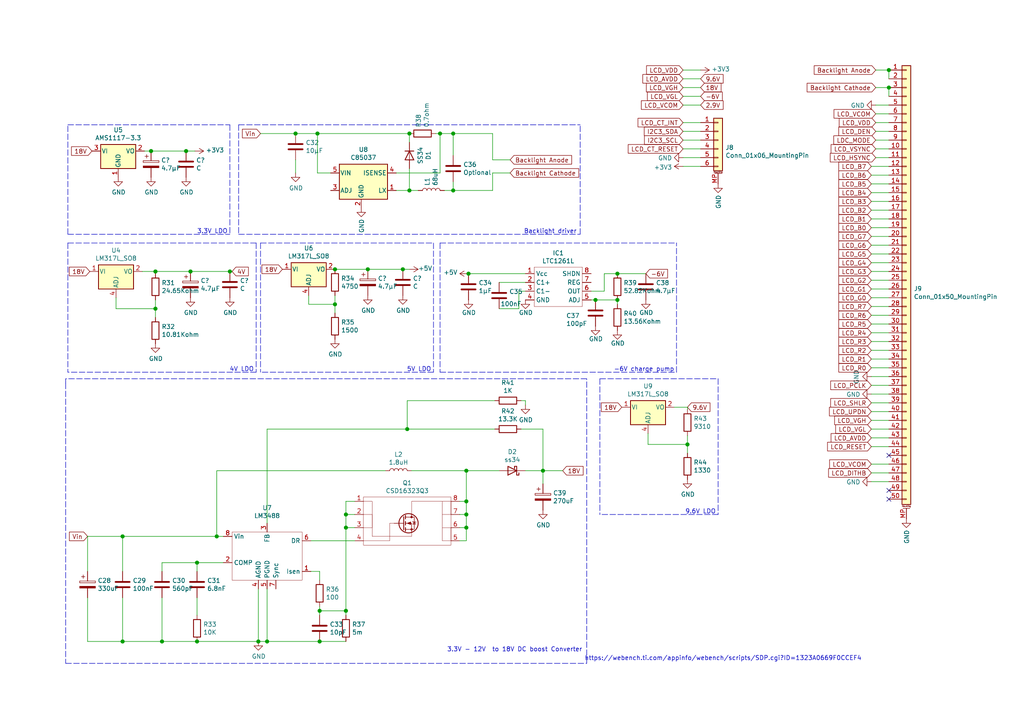
<source format=kicad_sch>
(kicad_sch (version 20210126) (generator eeschema)
  (paper "A4")
  (lib_symbols
    (symbol "01-Global-LIB:CSD16323Q3" (pin_names hide)
      (property "Reference" "Q" (at 0 11.43 0))
      (property "Value" "CSD16323Q3" (at -5.08 8.89 0))
      (symbol "CSD16323Q3_1_1"
        (pin passive line (at -15.24 6.35 0) (length 2.54) (name "S") (number "1"))
        (pin passive line (at 2.54 -5.08 90) (length 2.54) hide (name "S") (number "2"))
        (pin passive line (at 2.54 -5.08 90) (length 2.54) hide (name "S") (number "3"))
        (pin passive line (at -15.24 -5.08 0) (length 2.54) (name "G") (number "4"))
        (pin passive line (at 15.24 6.35 180) (length 2.54) (name "D") (number "8"))
        (pin passive line (at 15.24 2.54 180) (length 2.54) (name "D") (number "7"))
        (pin passive line (at 15.24 -1.27 180) (length 2.54) (name "D") (number "6"))
        (pin passive line (at 15.24 -5.08 180) (length 2.54) (name "D") (number "5"))
        (pin passive line (at -15.24 -1.27 0) (length 2.54) (name "G") (number "3"))
        (pin passive line (at -15.24 2.54 0) (length 2.54) (name "G") (number "2"))
      )
    )
    (symbol "01-Global-LIB:Conn_01x50_MountingPin" (pin_names (offset 1.016) hide)
      (property "Reference" "J" (at 0 50.8 0))
      (property "Value" "Conn_01x50_MountingPin" (at 1.27 -53.34 0))
      (symbol "Conn_01x50_MountingPin_1_1"
        (text "Mounting" (at 0 -78.232 0) (effects (font (size 0.381 0.381))))
        (pin passive line (at 0 -81.915 90) (length 3.048) (name "MountPin") (number "MP"))
        (pin passive line (at -5.08 48.26 0) (length 3.81) (name "Pin_1") (number "1"))
        (pin passive line (at -5.08 25.4 0) (length 3.81) (name "Pin_10") (number "10"))
        (pin passive line (at -5.08 22.86 0) (length 3.81) (name "Pin_11") (number "11"))
        (pin passive line (at -5.08 20.32 0) (length 3.81) (name "Pin_12") (number "12"))
        (pin passive line (at -5.08 17.78 0) (length 3.81) (name "Pin_13") (number "13"))
        (pin passive line (at -5.08 15.24 0) (length 3.81) (name "Pin_14") (number "14"))
        (pin passive line (at -5.08 12.7 0) (length 3.81) (name "Pin_15") (number "15"))
        (pin passive line (at -5.08 10.16 0) (length 3.81) (name "Pin_16") (number "16"))
        (pin passive line (at -5.08 7.62 0) (length 3.81) (name "Pin_17") (number "17"))
        (pin passive line (at -5.08 5.08 0) (length 3.81) (name "Pin_18") (number "18"))
        (pin passive line (at -5.08 2.54 0) (length 3.81) (name "Pin_19") (number "19"))
        (pin passive line (at -5.08 45.72 0) (length 3.81) (name "Pin_2") (number "2"))
        (pin passive line (at -5.08 0 0) (length 3.81) (name "Pin_20") (number "20"))
        (pin passive line (at -5.08 -2.54 0) (length 3.81) (name "Pin_21") (number "21"))
        (pin passive line (at -5.08 -5.08 0) (length 3.81) (name "Pin_22") (number "22"))
        (pin passive line (at -5.08 -7.62 0) (length 3.81) (name "Pin_23") (number "23"))
        (pin passive line (at -5.08 -10.16 0) (length 3.81) (name "Pin_24") (number "24"))
        (pin passive line (at -5.08 -12.7 0) (length 3.81) (name "Pin_25") (number "25"))
        (pin passive line (at -5.08 -15.24 0) (length 3.81) (name "Pin_26") (number "26"))
        (pin passive line (at -5.08 -17.78 0) (length 3.81) (name "Pin_27") (number "27"))
        (pin passive line (at -5.08 -20.32 0) (length 3.81) (name "Pin_28") (number "28"))
        (pin passive line (at -5.08 -22.86 0) (length 3.81) (name "Pin_29") (number "29"))
        (pin passive line (at -5.08 43.18 0) (length 3.81) (name "Pin_3") (number "3"))
        (pin passive line (at -5.08 -25.4 0) (length 3.81) (name "Pin_30") (number "30"))
        (pin passive line (at -5.08 -27.94 0) (length 3.81) (name "Pin_31") (number "31"))
        (pin passive line (at -5.08 -30.48 0) (length 3.81) (name "Pin_32") (number "32"))
        (pin passive line (at -5.08 -33.02 0) (length 3.81) (name "Pin_33") (number "33"))
        (pin passive line (at -5.08 -35.56 0) (length 3.81) (name "Pin_34") (number "34"))
        (pin passive line (at -5.08 -38.1 0) (length 3.81) (name "Pin_35") (number "35"))
        (pin passive line (at -5.08 -40.64 0) (length 3.81) (name "Pin_36") (number "36"))
        (pin passive line (at -5.08 -43.18 0) (length 3.81) (name "Pin_37") (number "37"))
        (pin passive line (at -5.08 -45.72 0) (length 3.81) (name "Pin_38") (number "38"))
        (pin passive line (at -5.08 -48.26 0) (length 3.81) (name "Pin_39") (number "39"))
        (pin passive line (at -5.08 40.64 0) (length 3.81) (name "Pin_4") (number "4"))
        (pin passive line (at -5.08 -50.8 0) (length 3.81) (name "Pin_40") (number "40"))
        (pin passive line (at -5.08 38.1 0) (length 3.81) (name "Pin_5") (number "5"))
        (pin passive line (at -5.08 35.56 0) (length 3.81) (name "Pin_6") (number "6"))
        (pin passive line (at -5.08 33.02 0) (length 3.81) (name "Pin_7") (number "7"))
        (pin passive line (at -5.08 30.48 0) (length 3.81) (name "Pin_8") (number "8"))
        (pin passive line (at -5.08 27.94 0) (length 3.81) (name "Pin_9") (number "9"))
        (pin passive line (at -5.08 -53.34 0) (length 3.81) (name "Pin_41") (number "41"))
        (pin passive line (at -5.08 -55.88 0) (length 3.81) (name "Pin_42") (number "42"))
        (pin passive line (at -5.08 -58.42 0) (length 3.81) (name "Pin_43") (number "43"))
        (pin passive line (at -5.08 -60.96 0) (length 3.81) (name "Pin_44") (number "44"))
        (pin passive line (at -5.08 -63.5 0) (length 3.81) (name "Pin_45") (number "45"))
        (pin passive line (at -5.08 -66.04 0) (length 3.81) (name "Pin_46") (number "46"))
        (pin passive line (at -5.08 -68.58 0) (length 3.81) (name "Pin_47") (number "47"))
        (pin passive line (at -5.08 -71.12 0) (length 3.81) (name "Pin_48") (number "48"))
        (pin passive line (at -5.08 -73.66 0) (length 3.81) (name "Pin_49") (number "49"))
        (pin passive line (at -5.08 -76.2 0) (length 3.81) (name "Pin_50") (number "50"))
      )
    )
    (symbol "01-Global-LIB:LM3488"
      (property "Reference" "U" (at 0 0 0))
      (property "Value" "LM3488" (at 0 2.54 0))
      (symbol "LM3488_1_1"
        (pin input line (at 12.7 -3.81 180) (length 2.54) (name "Isen") (number "1"))
        (pin input line (at -12.7 -1.27 0) (length 2.54) (name "COMP") (number "2"))
        (pin input line (at 0 10.16 270) (length 2.54) (name "FB") (number "3"))
        (pin input line (at -2.54 -8.89 90) (length 2.54) (name "AGND") (number "4"))
        (pin input line (at -12.7 6.35 0) (length 2.54) (name "Vin") (number "8"))
        (pin input line (at 2.54 -8.89 90) (length 2.54) (name "Sync") (number "7"))
        (pin input line (at 12.7 5.08 180) (length 2.54) (name "DR") (number "6"))
        (pin input line (at 0 -8.89 90) (length 2.54) (name "PGND") (number "5"))
      )
    )
    (symbol "01-Global-LIB:LTC1261L"
      (property "Reference" "IC" (at 0 -1.905 0))
      (property "Value" "LTC1261L" (at 0 4.445 0))
      (symbol "LTC1261L_1_1"
        (pin passive line (at 9.525 1.905 180) (length 2.54) (name "SHDN") (number "8"))
        (pin passive line (at 9.525 -0.635 180) (length 2.54) (name "REG") (number "7"))
        (pin passive line (at 9.525 -3.175 180) (length 2.54) (name "OUT") (number "6"))
        (pin passive line (at 9.525 -5.715 180) (length 2.54) (name "ADJ") (number "5"))
        (pin passive line (at -9.525 1.905 0) (length 2.54) (name "Vcc") (number "1"))
        (pin passive line (at -9.525 -0.635 0) (length 2.54) (name "C1+") (number "2"))
        (pin passive line (at -9.525 -3.175 0) (length 2.54) (name "C1-") (number "3"))
        (pin passive line (at -9.525 -5.715 0) (length 2.54) (name "GND") (number "4"))
      )
    )
    (symbol "Connector_Generic_MountingPin:Conn_01x06_MountingPin" (pin_names (offset 1.016) hide)
      (property "Reference" "J" (at 0 7.62 0))
      (property "Value" "Conn_01x06_MountingPin" (at 1.27 -10.16 0))
      (symbol "Conn_01x06_MountingPin_1_1"
        (text "Mounting" (at 0 -9.271 0) (effects (font (size 0.381 0.381))))
        (pin passive line (at 0 -12.7 90) (length 3.048) (name "MountPin") (number "MP"))
        (pin passive line (at -5.08 5.08 0) (length 3.81) (name "Pin_1") (number "1"))
        (pin passive line (at -5.08 2.54 0) (length 3.81) (name "Pin_2") (number "2"))
        (pin passive line (at -5.08 0 0) (length 3.81) (name "Pin_3") (number "3"))
        (pin passive line (at -5.08 -2.54 0) (length 3.81) (name "Pin_4") (number "4"))
        (pin passive line (at -5.08 -5.08 0) (length 3.81) (name "Pin_5") (number "5"))
        (pin passive line (at -5.08 -7.62 0) (length 3.81) (name "Pin_6") (number "6"))
      )
    )
    (symbol "Device:C" (pin_numbers hide) (pin_names (offset 0.254))
      (property "Reference" "C" (at 0.635 2.54 0))
      (property "Value" "C" (at 0.635 -2.54 0))
      (symbol "C_1_1"
        (pin passive line (at 0 3.81 270) (length 2.794) (name "~") (number "1"))
        (pin passive line (at 0 -3.81 90) (length 2.794) (name "~") (number "2"))
      )
    )
    (symbol "Device:CP" (pin_numbers hide) (pin_names (offset 0.254))
      (property "Reference" "C" (at 0.635 2.54 0))
      (property "Value" "CP" (at 0.635 -2.54 0))
      (symbol "CP_1_1"
        (pin passive line (at 0 3.81 270) (length 2.794) (name "~") (number "1"))
        (pin passive line (at 0 -3.81 90) (length 2.794) (name "~") (number "2"))
      )
    )
    (symbol "Device:D" (pin_numbers hide) (pin_names (offset 1.016) hide)
      (property "Reference" "D" (at 0 2.54 0))
      (property "Value" "D" (at 0 -2.54 0))
      (symbol "D_1_1"
        (pin passive line (at -3.81 0 0) (length 2.54) (name "K") (number "1"))
        (pin passive line (at 3.81 0 180) (length 2.54) (name "A") (number "2"))
      )
    )
    (symbol "Device:D_Schottky" (pin_numbers hide) (pin_names (offset 1.016) hide)
      (property "Reference" "D" (at 0 2.54 0))
      (property "Value" "D_Schottky" (at 0 -2.54 0))
      (symbol "D_Schottky_1_1"
        (pin passive line (at -3.81 0 0) (length 2.54) (name "K") (number "1"))
        (pin passive line (at 3.81 0 180) (length 2.54) (name "A") (number "2"))
      )
    )
    (symbol "Device:L" (pin_numbers hide) (pin_names (offset 1.016) hide)
      (property "Reference" "L" (at -1.27 0 90))
      (property "Value" "L" (at 1.905 0 90))
      (symbol "L_1_1"
        (pin passive line (at 0 3.81 270) (length 1.27) (name "1") (number "1"))
        (pin passive line (at 0 -3.81 90) (length 1.27) (name "2") (number "2"))
      )
    )
    (symbol "Device:R" (pin_numbers hide) (pin_names (offset 0))
      (property "Reference" "R" (at 2.032 0 90))
      (property "Value" "R" (at 0 0 90))
      (symbol "R_1_1"
        (pin passive line (at 0 3.81 270) (length 1.27) (name "~") (number "1"))
        (pin passive line (at 0 -3.81 90) (length 1.27) (name "~") (number "2"))
      )
    )
    (symbol "Driver_LED:IS31LT3360" (pin_names (offset 0.254))
      (property "Reference" "U" (at -5.08 8.89 0))
      (property "Value" "IS31LT3360" (at 5.08 8.89 0))
      (symbol "IS31LT3360_1_1"
        (pin open_collector line (at 10.16 0 180) (length 2.54) (name "LX") (number "1"))
        (pin power_in line (at 0 -5.08 90) (length 2.54) (name "GND") (number "2"))
        (pin input line (at -8.89 0 0) (length 2.54) (name "ADJ") (number "3"))
        (pin input line (at 10.16 5.08 180) (length 2.54) (name "ISENSE") (number "4"))
        (pin power_in line (at -8.89 5.08 0) (length 2.54) (name "VIN") (number "5"))
      )
    )
    (symbol "Regulator_Linear:AMS1117-3.3" (pin_names (offset 0.254))
      (property "Reference" "U" (at -3.81 3.175 0))
      (property "Value" "AMS1117-3.3" (at 0 3.175 0))
      (symbol "AMS1117-3.3_1_1"
        (pin power_in line (at 0 -7.62 90) (length 2.54) (name "GND") (number "1"))
        (pin power_out line (at 7.62 0 180) (length 2.54) (name "VO") (number "2"))
        (pin power_in line (at -7.62 0 0) (length 2.54) (name "VI") (number "3"))
      )
    )
    (symbol "Regulator_Linear:LM317L_SO8" (pin_names (offset 0.254))
      (property "Reference" "U" (at -3.81 3.175 0))
      (property "Value" "LM317L_SO8" (at 0 3.175 0))
      (symbol "LM317L_SO8_1_1"
        (pin power_in line (at -7.62 0 0) (length 2.54) (name "VI") (number "1"))
        (pin power_out line (at 7.62 0 180) (length 2.54) (name "VO") (number "2"))
        (pin passive line (at 7.62 0 180) (length 2.54) hide (name "VO") (number "3"))
        (pin input line (at 0 -7.62 90) (length 2.54) (name "ADJ") (number "4"))
        (pin no_connect line (at -7.62 -2.54 0) (length 2.54) hide (name "NC") (number "5"))
        (pin passive line (at 7.62 0 180) (length 2.54) hide (name "VO") (number "6"))
        (pin passive line (at 7.62 0 180) (length 2.54) hide (name "VO") (number "7"))
        (pin no_connect line (at 7.62 -2.54 180) (length 2.54) hide (name "NC") (number "8"))
      )
    )
    (symbol "power:+3V3" (power) (pin_names (offset 0))
      (property "Value" "+3V3" (at 0 3.556 0))
      (symbol "+3V3_1_1"
        (pin power_in line (at 0 0 90) (length 0) hide (name "+3V3") (number "1"))
      )
    )
    (symbol "power:+5V" (power) (pin_names (offset 0))
      (property "Value" "+5V" (at 0 3.556 0))
      (symbol "+5V_1_1"
        (pin power_in line (at 0 0 90) (length 0) hide (name "+5V") (number "1"))
      )
    )
    (symbol "power:GND" (power) (pin_names (offset 0))
      (property "Value" "GND" (at 0 -3.81 0))
      (symbol "GND_1_1"
        (pin power_in line (at 0 0 270) (length 0) hide (name "GND") (number "1"))
      )
    )
  )
  (junction (at 35.56 155.575) (diameter 1.016))
  (junction (at 35.56 186.055) (diameter 1.016))
  (junction (at 43.815 43.815) (diameter 1.016))
  (junction (at 45.085 78.74) (diameter 1.016))
  (junction (at 45.085 89.535) (diameter 1.016))
  (junction (at 46.99 186.055) (diameter 1.016))
  (junction (at 53.975 43.815) (diameter 1.016))
  (junction (at 55.245 78.74) (diameter 1.016))
  (junction (at 57.15 163.195) (diameter 1.016))
  (junction (at 57.15 186.055) (diameter 1.016))
  (junction (at 62.865 155.575) (diameter 1.016))
  (junction (at 66.675 78.74) (diameter 1.016))
  (junction (at 74.93 186.055) (diameter 1.016))
  (junction (at 77.47 186.055) (diameter 1.016))
  (junction (at 85.725 38.735) (diameter 1.016))
  (junction (at 92.075 38.735) (diameter 1.016))
  (junction (at 92.71 177.165) (diameter 1.016))
  (junction (at 92.71 186.055) (diameter 1.016))
  (junction (at 97.155 78.105) (diameter 1.016))
  (junction (at 97.155 88.265) (diameter 1.016))
  (junction (at 100.33 149.225) (diameter 1.016))
  (junction (at 100.33 153.035) (diameter 1.016))
  (junction (at 100.33 177.165) (diameter 1.016))
  (junction (at 106.68 78.105) (diameter 1.016))
  (junction (at 116.84 78.105) (diameter 1.016))
  (junction (at 118.11 124.46) (diameter 1.016))
  (junction (at 118.745 38.735) (diameter 1.016))
  (junction (at 118.745 55.245) (diameter 1.016))
  (junction (at 127.635 38.735) (diameter 1.016))
  (junction (at 131.445 38.735) (diameter 1.016))
  (junction (at 131.445 55.245) (diameter 1.016))
  (junction (at 135.255 136.525) (diameter 1.016))
  (junction (at 135.255 145.415) (diameter 1.016))
  (junction (at 135.255 149.225) (diameter 1.016))
  (junction (at 135.255 153.035) (diameter 1.016))
  (junction (at 135.89 79.375) (diameter 1.016))
  (junction (at 157.48 136.525) (diameter 1.016))
  (junction (at 172.72 86.995) (diameter 1.016))
  (junction (at 179.07 79.375) (diameter 1.016))
  (junction (at 179.07 86.995) (diameter 1.016))
  (junction (at 199.39 128.905) (diameter 1.016))
  (junction (at 257.81 20.32) (diameter 1.016))
  (junction (at 257.81 25.4) (diameter 1.016))
  (no_connect (at 257.81 132.08))
  (no_connect (at 257.81 142.24))
  (no_connect (at 257.81 144.78))
  (wire (pts (xy 25.4 155.575) (xy 25.4 165.735)))
  (wire (pts (xy 25.4 173.355) (xy 25.4 186.055)))
  (wire (pts (xy 25.4 186.055) (xy 35.56 186.055)))
  (wire (pts (xy 33.655 86.36) (xy 33.655 89.535)))
  (wire (pts (xy 33.655 89.535) (xy 45.085 89.535)))
  (wire (pts (xy 35.56 155.575) (xy 25.4 155.575)))
  (wire (pts (xy 35.56 155.575) (xy 35.56 165.735)))
  (wire (pts (xy 35.56 173.355) (xy 35.56 186.055)))
  (wire (pts (xy 35.56 186.055) (xy 46.99 186.055)))
  (wire (pts (xy 41.275 78.74) (xy 45.085 78.74)))
  (wire (pts (xy 41.91 43.815) (xy 43.815 43.815)))
  (wire (pts (xy 43.815 43.815) (xy 53.975 43.815)))
  (wire (pts (xy 45.085 78.74) (xy 55.245 78.74)))
  (wire (pts (xy 45.085 79.375) (xy 45.085 78.74)))
  (wire (pts (xy 45.085 89.535) (xy 45.085 86.995)))
  (wire (pts (xy 45.085 89.535) (xy 45.085 92.075)))
  (wire (pts (xy 46.99 163.195) (xy 46.99 165.735)))
  (wire (pts (xy 46.99 163.195) (xy 57.15 163.195)))
  (wire (pts (xy 46.99 173.355) (xy 46.99 186.055)))
  (wire (pts (xy 46.99 186.055) (xy 57.15 186.055)))
  (wire (pts (xy 53.975 43.815) (xy 56.515 43.815)))
  (wire (pts (xy 55.245 78.74) (xy 66.675 78.74)))
  (wire (pts (xy 57.15 163.195) (xy 57.15 165.735)))
  (wire (pts (xy 57.15 163.195) (xy 64.77 163.195)))
  (wire (pts (xy 57.15 173.355) (xy 57.15 178.435)))
  (wire (pts (xy 57.15 186.055) (xy 74.93 186.055)))
  (wire (pts (xy 62.865 136.525) (xy 62.865 155.575)))
  (wire (pts (xy 62.865 155.575) (xy 35.56 155.575)))
  (wire (pts (xy 64.77 155.575) (xy 62.865 155.575)))
  (wire (pts (xy 66.675 78.74) (xy 67.31 78.74)))
  (wire (pts (xy 74.93 170.815) (xy 74.93 186.055)))
  (wire (pts (xy 74.93 186.055) (xy 77.47 186.055)))
  (wire (pts (xy 75.565 38.735) (xy 85.725 38.735)))
  (wire (pts (xy 77.47 124.46) (xy 77.47 151.765)))
  (wire (pts (xy 77.47 170.815) (xy 77.47 186.055)))
  (wire (pts (xy 77.47 186.055) (xy 92.71 186.055)))
  (wire (pts (xy 85.725 38.735) (xy 92.075 38.735)))
  (wire (pts (xy 85.725 46.355) (xy 85.725 50.165)))
  (wire (pts (xy 89.535 85.725) (xy 89.535 88.265)))
  (wire (pts (xy 89.535 88.265) (xy 97.155 88.265)))
  (wire (pts (xy 90.17 156.845) (xy 102.87 156.845)))
  (wire (pts (xy 90.17 165.735) (xy 92.71 165.735)))
  (wire (pts (xy 92.075 38.735) (xy 118.745 38.735)))
  (wire (pts (xy 92.075 50.165) (xy 92.075 38.735)))
  (wire (pts (xy 92.71 165.735) (xy 92.71 168.275)))
  (wire (pts (xy 92.71 175.895) (xy 92.71 177.165)))
  (wire (pts (xy 92.71 177.165) (xy 92.71 178.435)))
  (wire (pts (xy 92.71 186.055) (xy 100.33 186.055)))
  (wire (pts (xy 95.885 50.165) (xy 92.075 50.165)))
  (wire (pts (xy 97.155 78.105) (xy 106.68 78.105)))
  (wire (pts (xy 97.155 88.265) (xy 97.155 85.725)))
  (wire (pts (xy 97.155 88.265) (xy 97.155 90.805)))
  (wire (pts (xy 100.33 145.415) (xy 102.87 145.415)))
  (wire (pts (xy 100.33 149.225) (xy 100.33 145.415)))
  (wire (pts (xy 100.33 149.225) (xy 102.87 149.225)))
  (wire (pts (xy 100.33 153.035) (xy 100.33 149.225)))
  (wire (pts (xy 100.33 153.035) (xy 102.87 153.035)))
  (wire (pts (xy 100.33 177.165) (xy 92.71 177.165)))
  (wire (pts (xy 100.33 177.165) (xy 100.33 153.035)))
  (wire (pts (xy 100.33 178.435) (xy 100.33 177.165)))
  (wire (pts (xy 106.68 78.105) (xy 116.84 78.105)))
  (wire (pts (xy 111.76 136.525) (xy 62.865 136.525)))
  (wire (pts (xy 114.935 50.165) (xy 127.635 50.165)))
  (wire (pts (xy 114.935 55.245) (xy 118.745 55.245)))
  (wire (pts (xy 116.84 78.105) (xy 118.745 78.105)))
  (wire (pts (xy 118.11 116.205) (xy 118.11 124.46)))
  (wire (pts (xy 118.11 124.46) (xy 77.47 124.46)))
  (wire (pts (xy 118.745 41.275) (xy 118.745 38.735)))
  (wire (pts (xy 118.745 48.895) (xy 118.745 55.245)))
  (wire (pts (xy 118.745 55.245) (xy 121.285 55.245)))
  (wire (pts (xy 119.38 136.525) (xy 135.255 136.525)))
  (wire (pts (xy 127.635 38.735) (xy 126.365 38.735)))
  (wire (pts (xy 127.635 38.735) (xy 127.635 50.165)))
  (wire (pts (xy 128.905 55.245) (xy 131.445 55.245)))
  (wire (pts (xy 131.445 38.735) (xy 127.635 38.735)))
  (wire (pts (xy 131.445 38.735) (xy 131.445 45.085)))
  (wire (pts (xy 131.445 55.245) (xy 131.445 52.705)))
  (wire (pts (xy 131.445 55.245) (xy 142.875 55.245)))
  (wire (pts (xy 133.35 145.415) (xy 135.255 145.415)))
  (wire (pts (xy 133.35 149.225) (xy 135.255 149.225)))
  (wire (pts (xy 133.35 153.035) (xy 135.255 153.035)))
  (wire (pts (xy 135.255 136.525) (xy 135.255 145.415)))
  (wire (pts (xy 135.255 136.525) (xy 144.78 136.525)))
  (wire (pts (xy 135.255 145.415) (xy 135.255 149.225)))
  (wire (pts (xy 135.255 149.225) (xy 135.255 153.035)))
  (wire (pts (xy 135.255 153.035) (xy 135.255 156.845)))
  (wire (pts (xy 135.255 156.845) (xy 133.35 156.845)))
  (wire (pts (xy 135.89 79.375) (xy 152.4 79.375)))
  (wire (pts (xy 142.875 38.735) (xy 131.445 38.735)))
  (wire (pts (xy 142.875 46.355) (xy 142.875 38.735)))
  (wire (pts (xy 142.875 50.165) (xy 147.955 50.165)))
  (wire (pts (xy 142.875 55.245) (xy 142.875 50.165)))
  (wire (pts (xy 143.51 116.205) (xy 118.11 116.205)))
  (wire (pts (xy 143.51 124.46) (xy 118.11 124.46)))
  (wire (pts (xy 144.78 81.915) (xy 152.4 81.915)))
  (wire (pts (xy 147.955 46.355) (xy 142.875 46.355)))
  (wire (pts (xy 150.495 84.455) (xy 150.495 89.535)))
  (wire (pts (xy 150.495 89.535) (xy 144.78 89.535)))
  (wire (pts (xy 151.13 116.205) (xy 152.4 116.205)))
  (wire (pts (xy 151.13 124.46) (xy 157.48 124.46)))
  (wire (pts (xy 152.4 84.455) (xy 150.495 84.455)))
  (wire (pts (xy 152.4 116.205) (xy 152.4 117.475)))
  (wire (pts (xy 152.4 136.525) (xy 157.48 136.525)))
  (wire (pts (xy 157.48 124.46) (xy 157.48 136.525)))
  (wire (pts (xy 157.48 136.525) (xy 157.48 140.335)))
  (wire (pts (xy 157.48 136.525) (xy 163.195 136.525)))
  (wire (pts (xy 171.45 84.455) (xy 175.26 84.455)))
  (wire (pts (xy 171.45 86.995) (xy 172.72 86.995)))
  (wire (pts (xy 172.72 86.995) (xy 179.07 86.995)))
  (wire (pts (xy 175.26 79.375) (xy 179.07 79.375)))
  (wire (pts (xy 175.26 84.455) (xy 175.26 79.375)))
  (wire (pts (xy 179.07 79.375) (xy 187.325 79.375)))
  (wire (pts (xy 179.07 86.995) (xy 179.07 88.265)))
  (wire (pts (xy 187.96 125.73) (xy 187.96 128.905)))
  (wire (pts (xy 187.96 128.905) (xy 199.39 128.905)))
  (wire (pts (xy 195.58 118.11) (xy 199.39 118.11)))
  (wire (pts (xy 198.12 20.32) (xy 203.2 20.32)))
  (wire (pts (xy 198.12 22.86) (xy 203.2 22.86)))
  (wire (pts (xy 198.12 25.4) (xy 203.2 25.4)))
  (wire (pts (xy 198.12 27.94) (xy 203.2 27.94)))
  (wire (pts (xy 198.12 30.48) (xy 203.2 30.48)))
  (wire (pts (xy 198.12 35.56) (xy 203.2 35.56)))
  (wire (pts (xy 198.12 38.1) (xy 203.2 38.1)))
  (wire (pts (xy 198.12 40.64) (xy 203.2 40.64)))
  (wire (pts (xy 198.12 43.18) (xy 203.2 43.18)))
  (wire (pts (xy 198.12 45.72) (xy 203.2 45.72)))
  (wire (pts (xy 198.12 48.26) (xy 203.2 48.26)))
  (wire (pts (xy 199.39 118.745) (xy 199.39 118.11)))
  (wire (pts (xy 199.39 128.905) (xy 199.39 126.365)))
  (wire (pts (xy 199.39 128.905) (xy 199.39 131.445)))
  (wire (pts (xy 252.73 48.26) (xy 257.81 48.26)))
  (wire (pts (xy 252.73 50.8) (xy 257.81 50.8)))
  (wire (pts (xy 252.73 53.34) (xy 257.81 53.34)))
  (wire (pts (xy 252.73 55.88) (xy 257.81 55.88)))
  (wire (pts (xy 252.73 58.42) (xy 257.81 58.42)))
  (wire (pts (xy 252.73 60.96) (xy 257.81 60.96)))
  (wire (pts (xy 252.73 63.5) (xy 257.81 63.5)))
  (wire (pts (xy 252.73 66.04) (xy 257.81 66.04)))
  (wire (pts (xy 252.73 68.58) (xy 257.81 68.58)))
  (wire (pts (xy 252.73 71.12) (xy 257.81 71.12)))
  (wire (pts (xy 252.73 73.66) (xy 257.81 73.66)))
  (wire (pts (xy 252.73 76.2) (xy 257.81 76.2)))
  (wire (pts (xy 252.73 78.74) (xy 257.81 78.74)))
  (wire (pts (xy 252.73 81.28) (xy 257.81 81.28)))
  (wire (pts (xy 252.73 83.82) (xy 257.81 83.82)))
  (wire (pts (xy 252.73 86.36) (xy 257.81 86.36)))
  (wire (pts (xy 252.73 88.9) (xy 257.81 88.9)))
  (wire (pts (xy 252.73 91.44) (xy 257.81 91.44)))
  (wire (pts (xy 252.73 93.98) (xy 257.81 93.98)))
  (wire (pts (xy 252.73 96.52) (xy 257.81 96.52)))
  (wire (pts (xy 252.73 99.06) (xy 257.81 99.06)))
  (wire (pts (xy 252.73 101.6) (xy 257.81 101.6)))
  (wire (pts (xy 252.73 104.14) (xy 257.81 104.14)))
  (wire (pts (xy 252.73 106.68) (xy 257.81 106.68)))
  (wire (pts (xy 252.73 109.22) (xy 257.81 109.22)))
  (wire (pts (xy 252.73 111.76) (xy 257.81 111.76)))
  (wire (pts (xy 252.73 114.3) (xy 257.81 114.3)))
  (wire (pts (xy 252.73 116.84) (xy 257.81 116.84)))
  (wire (pts (xy 252.73 119.38) (xy 257.81 119.38)))
  (wire (pts (xy 252.73 121.92) (xy 257.81 121.92)))
  (wire (pts (xy 252.73 124.46) (xy 257.81 124.46)))
  (wire (pts (xy 252.73 127) (xy 257.81 127)))
  (wire (pts (xy 252.73 129.54) (xy 257.81 129.54)))
  (wire (pts (xy 252.73 134.62) (xy 257.81 134.62)))
  (wire (pts (xy 252.73 137.16) (xy 257.81 137.16)))
  (wire (pts (xy 252.73 139.7) (xy 257.81 139.7)))
  (wire (pts (xy 254 20.32) (xy 257.81 20.32)))
  (wire (pts (xy 254 25.4) (xy 257.81 25.4)))
  (wire (pts (xy 254 30.48) (xy 257.81 30.48)))
  (wire (pts (xy 254 33.02) (xy 257.81 33.02)))
  (wire (pts (xy 254 35.56) (xy 257.81 35.56)))
  (wire (pts (xy 254 38.1) (xy 257.81 38.1)))
  (wire (pts (xy 254 40.64) (xy 257.81 40.64)))
  (wire (pts (xy 254 43.18) (xy 257.81 43.18)))
  (wire (pts (xy 254 45.72) (xy 257.81 45.72)))
  (wire (pts (xy 257.81 20.32) (xy 257.81 22.86)))
  (wire (pts (xy 257.81 25.4) (xy 257.81 27.94)))
  (polyline (pts (xy 19.05 109.855) (xy 19.05 111.125)) (stroke (width 0) (type dash)))
  (polyline (pts (xy 19.05 111.125) (xy 19.05 192.405)) (stroke (width 0) (type dash)))
  (polyline (pts (xy 19.05 192.405) (xy 170.18 192.405)) (stroke (width 0) (type dash)))
  (polyline (pts (xy 19.685 36.195) (xy 66.675 36.195)) (stroke (width 0) (type dash)))
  (polyline (pts (xy 19.685 67.945) (xy 19.685 36.195)) (stroke (width 0) (type dash)))
  (polyline (pts (xy 19.685 67.945) (xy 66.675 67.945)) (stroke (width 0) (type dash)))
  (polyline (pts (xy 19.685 70.485) (xy 19.685 107.95)) (stroke (width 0) (type dash)))
  (polyline (pts (xy 19.685 70.485) (xy 52.07 70.485)) (stroke (width 0) (type dash)))
  (polyline (pts (xy 52.07 70.485) (xy 74.295 70.485)) (stroke (width 0) (type dash)))
  (polyline (pts (xy 52.07 107.95) (xy 19.685 107.95)) (stroke (width 0) (type dash)))
  (polyline (pts (xy 52.07 107.95) (xy 74.295 107.95)) (stroke (width 0) (type dash)))
  (polyline (pts (xy 66.675 36.195) (xy 66.675 67.945)) (stroke (width 0) (type dash)))
  (polyline (pts (xy 69.215 36.195) (xy 69.215 67.945)) (stroke (width 0) (type dash)))
  (polyline (pts (xy 69.215 36.195) (xy 168.275 36.195)) (stroke (width 0) (type dash)))
  (polyline (pts (xy 69.215 67.945) (xy 168.275 67.945)) (stroke (width 0) (type dash)))
  (polyline (pts (xy 74.295 70.485) (xy 74.295 107.95)) (stroke (width 0) (type dash)))
  (polyline (pts (xy 75.565 70.485) (xy 75.565 107.95)) (stroke (width 0) (type dash)))
  (polyline (pts (xy 75.565 70.485) (xy 125.73 70.485)) (stroke (width 0) (type dash)))
  (polyline (pts (xy 125.73 70.485) (xy 125.73 107.95)) (stroke (width 0) (type dash)))
  (polyline (pts (xy 125.73 107.95) (xy 75.565 107.95)) (stroke (width 0) (type dash)))
  (polyline (pts (xy 127.635 70.485) (xy 127.635 107.95)) (stroke (width 0) (type dash)))
  (polyline (pts (xy 127.635 70.485) (xy 196.215 70.485)) (stroke (width 0) (type dash)))
  (polyline (pts (xy 127.635 107.95) (xy 196.215 107.95)) (stroke (width 0) (type dash)))
  (polyline (pts (xy 168.275 67.945) (xy 168.275 36.195)) (stroke (width 0) (type dash)))
  (polyline (pts (xy 170.18 109.855) (xy 19.05 109.855)) (stroke (width 0) (type dash)))
  (polyline (pts (xy 170.18 192.405) (xy 170.18 109.855)) (stroke (width 0) (type dash)))
  (polyline (pts (xy 173.99 109.855) (xy 173.99 149.225)) (stroke (width 0) (type dash)))
  (polyline (pts (xy 173.99 109.855) (xy 208.28 109.855)) (stroke (width 0) (type dash)))
  (polyline (pts (xy 196.215 107.95) (xy 196.215 70.485)) (stroke (width 0) (type dash)))
  (polyline (pts (xy 208.28 109.855) (xy 208.28 149.225)) (stroke (width 0) (type dash)))
  (polyline (pts (xy 208.28 149.225) (xy 173.99 149.225)) (stroke (width 0) (type dash)))
  (text "3.3V LDO\n" (at 66.04 67.945 180) (effects (font (size 1.27 1.27)) (justify right bottom)))
  (text "4V LDO\n" (at 73.66 107.95 180) (effects (font (size 1.27 1.27)) (justify right bottom)))
  (text "5V LDO\n" (at 125.095 107.95 180) (effects (font (size 1.27 1.27)) (justify right bottom)))
  (text "Backlight driver \n" (at 168.275 67.945 180) (effects (font (size 1.27 1.27)) (justify right bottom)))
  (text "3.3V - 12V  to 18V DC boost Converter\n" (at 168.91 189.23 180) (effects (font (size 1.27 1.27)) (justify right bottom)))
  (text "https://webench.ti.com/appinfo/webench/scripts/SDP.cgi?ID=1323A0669F0CCEF4" (at 169.545 191.77 0) (effects (font (size 1.27 1.27)) (justify left bottom)))
  (text "-6V charge pump\n" (at 195.58 107.95 180) (effects (font (size 1.27 1.27)) (justify right bottom)))
  (text "9.6V LDO\n" (at 207.645 149.225 180) (effects (font (size 1.27 1.27)) (justify right bottom)))
  (global_label "Vin" (shape input) (at 25.4 155.575 180) (property "Intersheet References" "${INTERSHEET_REFS}" (effects hide)))
  (global_label "18V" (shape input) (at 26.035 78.74 180) (property "Intersheet References" "${INTERSHEET_REFS}" (effects hide)))
  (global_label "18V" (shape input) (at 26.67 43.815 180) (property "Intersheet References" "${INTERSHEET_REFS}" (effects hide)))
  (global_label "4V" (shape input) (at 67.31 78.74 0) (property "Intersheet References" "${INTERSHEET_REFS}" (effects hide)))
  (global_label "Vin" (shape input) (at 75.565 38.735 180) (property "Intersheet References" "${INTERSHEET_REFS}" (effects hide)))
  (global_label "18V" (shape input) (at 81.915 78.105 180) (property "Intersheet References" "${INTERSHEET_REFS}" (effects hide)))
  (global_label "Backlight Anode" (shape input) (at 147.955 46.355 0) (property "Intersheet References" "${INTERSHEET_REFS}" (effects hide)))
  (global_label "Backlight Cathode" (shape input) (at 147.955 50.165 0) (property "Intersheet References" "${INTERSHEET_REFS}" (effects hide)))
  (global_label "18V" (shape input) (at 163.195 136.525 0) (property "Intersheet References" "${INTERSHEET_REFS}" (effects hide)))
  (global_label "18V" (shape input) (at 180.34 118.11 180) (property "Intersheet References" "${INTERSHEET_REFS}" (effects hide)))
  (global_label "-6V" (shape input) (at 187.325 79.375 0) (property "Intersheet References" "${INTERSHEET_REFS}" (effects hide)))
  (global_label "LCD_VDD" (shape input) (at 198.12 20.32 180) (property "Intersheet References" "${INTERSHEET_REFS}" (effects hide)))
  (global_label "LCD_AVDD" (shape input) (at 198.12 22.86 180) (property "Intersheet References" "${INTERSHEET_REFS}" (effects hide)))
  (global_label "LCD_VGH" (shape input) (at 198.12 25.4 180) (property "Intersheet References" "${INTERSHEET_REFS}" (effects hide)))
  (global_label "LCD_VGL" (shape input) (at 198.12 27.94 180) (property "Intersheet References" "${INTERSHEET_REFS}" (effects hide)))
  (global_label "LCD_VCOM" (shape input) (at 198.12 30.48 180) (property "Intersheet References" "${INTERSHEET_REFS}" (effects hide)))
  (global_label "LCD_CT_INT" (shape input) (at 198.12 35.56 180) (property "Intersheet References" "${INTERSHEET_REFS}" (effects hide)))
  (global_label "I2C3_SDA" (shape input) (at 198.12 38.1 180) (property "Intersheet References" "${INTERSHEET_REFS}" (effects hide)))
  (global_label "I2C3_SCL" (shape input) (at 198.12 40.64 180) (property "Intersheet References" "${INTERSHEET_REFS}" (effects hide)))
  (global_label "LCD_CT_RESET" (shape input) (at 198.12 43.18 180) (property "Intersheet References" "${INTERSHEET_REFS}" (effects hide)))
  (global_label "9.6V" (shape input) (at 199.39 118.11 0) (property "Intersheet References" "${INTERSHEET_REFS}" (effects hide)))
  (global_label "9.6V" (shape input) (at 203.2 22.86 0) (property "Intersheet References" "${INTERSHEET_REFS}" (effects hide)))
  (global_label "18V" (shape input) (at 203.2 25.4 0) (property "Intersheet References" "${INTERSHEET_REFS}" (effects hide)))
  (global_label "-6V" (shape input) (at 203.2 27.94 0) (property "Intersheet References" "${INTERSHEET_REFS}" (effects hide)))
  (global_label "2.9V" (shape input) (at 203.2 30.48 0) (property "Intersheet References" "${INTERSHEET_REFS}" (effects hide)))
  (global_label "LCD_B7" (shape input) (at 252.73 48.26 180) (property "Intersheet References" "${INTERSHEET_REFS}" (effects hide)))
  (global_label "LCD_B6" (shape input) (at 252.73 50.8 180) (property "Intersheet References" "${INTERSHEET_REFS}" (effects hide)))
  (global_label "LCD_B5" (shape input) (at 252.73 53.34 180) (property "Intersheet References" "${INTERSHEET_REFS}" (effects hide)))
  (global_label "LCD_B4" (shape input) (at 252.73 55.88 180) (property "Intersheet References" "${INTERSHEET_REFS}" (effects hide)))
  (global_label "LCD_B3" (shape input) (at 252.73 58.42 180) (property "Intersheet References" "${INTERSHEET_REFS}" (effects hide)))
  (global_label "LCD_B2" (shape input) (at 252.73 60.96 180) (property "Intersheet References" "${INTERSHEET_REFS}" (effects hide)))
  (global_label "LCD_B1" (shape input) (at 252.73 63.5 180) (property "Intersheet References" "${INTERSHEET_REFS}" (effects hide)))
  (global_label "LCD_B0" (shape input) (at 252.73 66.04 180) (property "Intersheet References" "${INTERSHEET_REFS}" (effects hide)))
  (global_label "LCD_G7" (shape input) (at 252.73 68.58 180) (property "Intersheet References" "${INTERSHEET_REFS}" (effects hide)))
  (global_label "LCD_G6" (shape input) (at 252.73 71.12 180) (property "Intersheet References" "${INTERSHEET_REFS}" (effects hide)))
  (global_label "LCD_G5" (shape input) (at 252.73 73.66 180) (property "Intersheet References" "${INTERSHEET_REFS}" (effects hide)))
  (global_label "LCD_G4" (shape input) (at 252.73 76.2 180) (property "Intersheet References" "${INTERSHEET_REFS}" (effects hide)))
  (global_label "LCD_G3" (shape input) (at 252.73 78.74 180) (property "Intersheet References" "${INTERSHEET_REFS}" (effects hide)))
  (global_label "LCD_G2" (shape input) (at 252.73 81.28 180) (property "Intersheet References" "${INTERSHEET_REFS}" (effects hide)))
  (global_label "LCD_G1" (shape input) (at 252.73 83.82 180) (property "Intersheet References" "${INTERSHEET_REFS}" (effects hide)))
  (global_label "LCD_G0" (shape input) (at 252.73 86.36 180) (property "Intersheet References" "${INTERSHEET_REFS}" (effects hide)))
  (global_label "LCD_R7" (shape input) (at 252.73 88.9 180) (property "Intersheet References" "${INTERSHEET_REFS}" (effects hide)))
  (global_label "LCD_R6" (shape input) (at 252.73 91.44 180) (property "Intersheet References" "${INTERSHEET_REFS}" (effects hide)))
  (global_label "LCD_R5" (shape input) (at 252.73 93.98 180) (property "Intersheet References" "${INTERSHEET_REFS}" (effects hide)))
  (global_label "LCD_R4" (shape input) (at 252.73 96.52 180) (property "Intersheet References" "${INTERSHEET_REFS}" (effects hide)))
  (global_label "LCD_R3" (shape input) (at 252.73 99.06 180) (property "Intersheet References" "${INTERSHEET_REFS}" (effects hide)))
  (global_label "LCD_R2" (shape input) (at 252.73 101.6 180) (property "Intersheet References" "${INTERSHEET_REFS}" (effects hide)))
  (global_label "LCD_R1" (shape input) (at 252.73 104.14 180) (property "Intersheet References" "${INTERSHEET_REFS}" (effects hide)))
  (global_label "LCD_R0" (shape input) (at 252.73 106.68 180) (property "Intersheet References" "${INTERSHEET_REFS}" (effects hide)))
  (global_label "LCD_PCLK" (shape input) (at 252.73 111.76 180) (property "Intersheet References" "${INTERSHEET_REFS}" (effects hide)))
  (global_label "LCD_SHLR" (shape input) (at 252.73 116.84 180) (property "Intersheet References" "${INTERSHEET_REFS}" (effects hide)))
  (global_label "LCD_UPDN" (shape input) (at 252.73 119.38 180) (property "Intersheet References" "${INTERSHEET_REFS}" (effects hide)))
  (global_label "LCD_VGH" (shape input) (at 252.73 121.92 180) (property "Intersheet References" "${INTERSHEET_REFS}" (effects hide)))
  (global_label "LCD_VGL" (shape input) (at 252.73 124.46 180) (property "Intersheet References" "${INTERSHEET_REFS}" (effects hide)))
  (global_label "LCD_AVDD" (shape input) (at 252.73 127 180) (property "Intersheet References" "${INTERSHEET_REFS}" (effects hide)))
  (global_label "LCD_RESET" (shape input) (at 252.73 129.54 180) (property "Intersheet References" "${INTERSHEET_REFS}" (effects hide)))
  (global_label "LCD_VCOM" (shape input) (at 252.73 134.62 180) (property "Intersheet References" "${INTERSHEET_REFS}" (effects hide)))
  (global_label "LCD_DITHB" (shape input) (at 252.73 137.16 180) (property "Intersheet References" "${INTERSHEET_REFS}" (effects hide)))
  (global_label "Backlight Anode" (shape input) (at 254 20.32 180) (property "Intersheet References" "${INTERSHEET_REFS}" (effects hide)))
  (global_label "Backlight Cathode" (shape input) (at 254 25.4 180) (property "Intersheet References" "${INTERSHEET_REFS}" (effects hide)))
  (global_label "LCD_VCOM" (shape input) (at 254 33.02 180) (property "Intersheet References" "${INTERSHEET_REFS}" (effects hide)))
  (global_label "LCD_VDD" (shape input) (at 254 35.56 180) (property "Intersheet References" "${INTERSHEET_REFS}" (effects hide)))
  (global_label "LCD_DEN" (shape input) (at 254 38.1 180) (property "Intersheet References" "${INTERSHEET_REFS}" (effects hide)))
  (global_label "LDC_MODE" (shape input) (at 254 40.64 180) (property "Intersheet References" "${INTERSHEET_REFS}" (effects hide)))
  (global_label "LCD_VSYNC" (shape input) (at 254 43.18 180) (property "Intersheet References" "${INTERSHEET_REFS}" (effects hide)))
  (global_label "LCD_HSYNC" (shape input) (at 254 45.72 180) (property "Intersheet References" "${INTERSHEET_REFS}" (effects hide)))
  (symbol (lib_id "power:+3V3") (at 56.515 43.815 270) (unit 1)
    (property "Reference" "#PWR0103" (effects hide))
    (property "Value" "+3V3" (at 59.6901 43.5483 90) (effects (justify left)))
  )
  (symbol (lib_id "power:+5V") (at 118.745 78.105 270) (unit 1)
    (property "Reference" "#PWR0108" (effects hide))
    (property "Value" "+5V" (at 121.2851 77.8383 90) (effects (justify left)))
  )
  (symbol (lib_id "power:+5V") (at 135.89 79.375 90) (unit 1)
    (property "Reference" "#PWR0110" (effects hide))
    (property "Value" "+5V" (at 132.7149 79.0067 90) (effects (justify left)))
  )
  (symbol (lib_id "power:+3V3") (at 198.12 48.26 90) (unit 1)
    (property "Reference" "#PWR0119" (effects hide))
    (property "Value" "+3V3" (at 194.9449 48.5267 90) (effects (justify left)))
  )
  (symbol (lib_id "power:+3V3") (at 203.2 20.32 270) (unit 1)
    (property "Reference" "#PWR0121" (effects hide))
    (property "Value" "+3V3" (at 206.3751 20.0533 90) (effects (justify left)))
  )
  (symbol (lib_id "Device:L") (at 115.57 136.525 90) (unit 1)
    (property "Reference" "L2" (at 115.57 131.8068 90))
    (property "Value" "1.8uH" (at 115.57 134.105 90))
  )
  (symbol (lib_id "Device:L") (at 125.095 55.245 90) (unit 1)
    (property "Reference" "L1" (at 123.9266 53.8988 0) (effects (justify left)))
    (property "Value" "68uH" (at 126.238 53.899 0) (effects (justify left)))
    (property "Footprint" "Inductor_SMD:L_Bourns-SRN8040_8x8.15mm" (effects hide))
    (property "Partnr" "SMNR8040-680MT" (effects hide))
    (property "LCSC" "C266439" (effects hide))
  )
  (symbol (lib_id "power:GND") (at 34.29 51.435 0) (unit 1)
    (property "Reference" "#PWR0102" (effects hide))
    (property "Value" "GND" (at 34.4043 55.7594 0))
  )
  (symbol (lib_id "power:GND") (at 43.815 51.435 0) (unit 1)
    (property "Reference" "#PWR?" (effects hide))
    (property "Value" "GND" (at 43.9293 55.7594 0))
  )
  (symbol (lib_id "power:GND") (at 45.085 99.695 0) (unit 1)
    (property "Reference" "#PWR0104" (effects hide))
    (property "Value" "GND" (at 45.1993 104.0194 0))
  )
  (symbol (lib_id "power:GND") (at 53.975 51.435 0) (unit 1)
    (property "Reference" "#PWR?" (effects hide))
    (property "Value" "GND" (at 54.0893 55.7594 0))
  )
  (symbol (lib_id "power:GND") (at 55.245 86.36 0) (unit 1)
    (property "Reference" "#PWR?" (effects hide))
    (property "Value" "GND" (at 55.3593 90.6844 0))
  )
  (symbol (lib_id "power:GND") (at 66.675 86.36 0) (unit 1)
    (property "Reference" "#PWR?" (effects hide))
    (property "Value" "GND" (at 66.7893 90.6844 0))
  )
  (symbol (lib_id "power:GND") (at 74.93 186.055 0) (unit 1)
    (property "Reference" "#PWR0107" (effects hide))
    (property "Value" "GND" (at 75.0443 190.3794 0))
  )
  (symbol (lib_id "power:GND") (at 85.725 50.165 0) (unit 1)
    (property "Reference" "#PWR0105" (effects hide))
    (property "Value" "GND" (at 85.852 54.5592 0))
  )
  (symbol (lib_id "power:GND") (at 97.155 98.425 0) (unit 1)
    (property "Reference" "#PWR0106" (effects hide))
    (property "Value" "GND" (at 97.2693 102.7494 0))
  )
  (symbol (lib_id "power:GND") (at 104.775 60.325 0) (unit 1)
    (property "Reference" "#PWR0109" (effects hide))
    (property "Value" "GND" (at 104.8893 63.5 90) (effects (justify right)))
  )
  (symbol (lib_id "power:GND") (at 106.68 85.725 0) (unit 1)
    (property "Reference" "#PWR?" (effects hide))
    (property "Value" "GND" (at 106.7943 90.0494 0))
  )
  (symbol (lib_id "power:GND") (at 116.84 85.725 0) (unit 1)
    (property "Reference" "#PWR?" (effects hide))
    (property "Value" "GND" (at 116.9543 90.0494 0))
  )
  (symbol (lib_id "power:GND") (at 135.89 86.995 0) (unit 1)
    (property "Reference" "#PWR0111" (effects hide))
    (property "Value" "GND" (at 136.0043 90.6844 0))
  )
  (symbol (lib_id "power:GND") (at 152.4 86.995 0) (unit 1)
    (property "Reference" "#PWR0112" (effects hide))
    (property "Value" "GND" (at 152.5143 90.6844 0))
  )
  (symbol (lib_id "power:GND") (at 152.4 117.475 0) (unit 1)
    (property "Reference" "#PWR0116" (effects hide))
    (property "Value" "GND" (at 152.5143 121.7994 0))
  )
  (symbol (lib_id "power:GND") (at 157.48 147.955 0) (unit 1)
    (property "Reference" "#PWR0117" (effects hide))
    (property "Value" "GND" (at 157.5943 152.2794 0))
  )
  (symbol (lib_id "power:GND") (at 172.72 94.615 0) (unit 1)
    (property "Reference" "#PWR0113" (effects hide))
    (property "Value" "GND" (at 172.8343 98.3044 0))
  )
  (symbol (lib_id "power:GND") (at 179.07 95.885 0) (unit 1)
    (property "Reference" "#PWR0114" (effects hide))
    (property "Value" "GND" (at 179.1843 99.5744 0))
  )
  (symbol (lib_id "power:GND") (at 187.325 86.995 0) (unit 1)
    (property "Reference" "#PWR0115" (effects hide))
    (property "Value" "GND" (at 187.4393 90.6844 0))
  )
  (symbol (lib_id "power:GND") (at 198.12 45.72 270) (unit 1)
    (property "Reference" "#PWR0118" (effects hide))
    (property "Value" "GND" (at 194.945 45.8343 90) (effects (justify right)))
  )
  (symbol (lib_id "power:GND") (at 199.39 139.065 0) (unit 1)
    (property "Reference" "#PWR0120" (effects hide))
    (property "Value" "GND" (at 199.5043 143.3894 0))
  )
  (symbol (lib_id "power:GND") (at 208.28 53.34 0) (unit 1)
    (property "Reference" "#PWR0122" (effects hide))
    (property "Value" "GND" (at 208.3943 56.515 90) (effects (justify right)))
  )
  (symbol (lib_id "power:GND") (at 252.73 109.22 270) (unit 1)
    (property "Reference" "#PWR0123" (effects hide))
    (property "Value" "GND" (at 248.4056 109.3343 0))
  )
  (symbol (lib_id "power:GND") (at 252.73 114.3 270) (unit 1)
    (property "Reference" "#PWR0124" (effects hide))
    (property "Value" "GND" (at 249.555 114.4143 90) (effects (justify right)))
  )
  (symbol (lib_id "power:GND") (at 252.73 139.7 270) (unit 1)
    (property "Reference" "#PWR0125" (effects hide))
    (property "Value" "GND" (at 249.555 139.8143 90) (effects (justify right)))
  )
  (symbol (lib_id "power:GND") (at 254 30.48 270) (unit 1)
    (property "Reference" "#PWR0126" (effects hide))
    (property "Value" "GND" (at 250.825 30.5943 90) (effects (justify right)))
  )
  (symbol (lib_id "power:GND") (at 262.89 150.495 0) (unit 1)
    (property "Reference" "#PWR0127" (effects hide))
    (property "Value" "GND" (at 263.0043 153.67 90) (effects (justify right)))
  )
  (symbol (lib_id "Device:R") (at 45.085 83.185 0) (unit 1)
    (property "Reference" "R31" (at 46.8631 82.0356 0) (effects (justify left)))
    (property "Value" "24.65Kohm" (at 46.863 84.334 0) (effects (justify left)))
  )
  (symbol (lib_id "Device:R") (at 45.085 95.885 0) (unit 1)
    (property "Reference" "R32" (at 46.8631 94.7356 0) (effects (justify left)))
    (property "Value" "10.81Kohm" (at 46.863 97.034 0) (effects (justify left)))
  )
  (symbol (lib_id "Device:R") (at 57.15 182.245 0) (unit 1)
    (property "Reference" "R33" (at 58.9281 181.0956 0) (effects (justify left)))
    (property "Value" "10K" (at 58.928 183.394 0) (effects (justify left)))
  )
  (symbol (lib_id "Device:R") (at 92.71 172.085 0) (unit 1)
    (property "Reference" "R36" (at 94.4881 170.9356 0) (effects (justify left)))
    (property "Value" "100" (at 94.488 173.234 0) (effects (justify left)))
  )
  (symbol (lib_id "Device:R") (at 97.155 81.915 0) (unit 1)
    (property "Reference" "R34" (at 98.9331 80.7656 0) (effects (justify left)))
    (property "Value" "4750" (at 98.933 83.064 0) (effects (justify left)))
  )
  (symbol (lib_id "Device:R") (at 97.155 94.615 0) (unit 1)
    (property "Reference" "R35" (at 98.9331 93.4656 0) (effects (justify left)))
    (property "Value" "1500" (at 98.933 95.764 0) (effects (justify left)))
  )
  (symbol (lib_id "Device:R") (at 100.33 182.245 0) (unit 1)
    (property "Reference" "R37" (at 102.1081 181.0956 0) (effects (justify left)))
    (property "Value" "5m" (at 102.108 183.394 0) (effects (justify left)))
  )
  (symbol (lib_id "Device:R") (at 122.555 38.735 90) (unit 1)
    (property "Reference" "R38" (at 121.3866 36.957 0) (effects (justify left)))
    (property "Value" "0.7ohm" (at 123.698 36.957 0) (effects (justify left)))
    (property "Footprint" "Resistor_SMD:R_1206_3216Metric_Pad1.42x1.75mm_HandSolder" (effects hide))
  )
  (symbol (lib_id "Device:R") (at 147.32 116.205 90) (unit 1)
    (property "Reference" "R41" (at 147.32 110.9788 90))
    (property "Value" "1K" (at 147.32 113.278 90))
  )
  (symbol (lib_id "Device:R") (at 147.32 124.46 90) (unit 1)
    (property "Reference" "R42" (at 147.32 119.2338 90))
    (property "Value" "13.3K" (at 147.32 121.533 90))
  )
  (symbol (lib_id "Device:R") (at 179.07 83.185 0) (unit 1)
    (property "Reference" "R39" (at 180.8481 82.0356 0) (effects (justify left)))
    (property "Value" "52.82Kohm" (at 180.848 84.334 0) (effects (justify left)))
  )
  (symbol (lib_id "Device:R") (at 179.07 92.075 0) (unit 1)
    (property "Reference" "R40" (at 180.8481 90.9256 0) (effects (justify left)))
    (property "Value" "13.56Kohm" (at 180.848 93.224 0) (effects (justify left)))
  )
  (symbol (lib_id "Device:R") (at 199.39 122.555 0) (unit 1)
    (property "Reference" "R43" (at 201.1681 121.4056 0) (effects (justify left)))
    (property "Value" "9310" (at 201.168 123.704 0) (effects (justify left)))
  )
  (symbol (lib_id "Device:R") (at 199.39 135.255 0) (unit 1)
    (property "Reference" "R44" (at 201.1681 134.1056 0) (effects (justify left)))
    (property "Value" "1330" (at 201.168 136.404 0) (effects (justify left)))
  )
  (symbol (lib_id "Device:D") (at 118.745 45.085 270) (unit 1)
    (property "Reference" "D1" (at 124.2314 45.085 0))
    (property "Value" "SS34" (at 121.92 45.085 0))
    (property "Footprint" "Diode_SMD:D_SMA_Handsoldering" (effects hide))
  )
  (symbol (lib_id "Device:D_Schottky") (at 148.59 136.525 180) (unit 1)
    (property "Reference" "D2" (at 148.59 131.0448 0))
    (property "Value" "ss34" (at 148.59 133.344 0))
  )
  (symbol (lib_id "Device:CP") (at 25.4 169.545 0) (unit 1)
    (property "Reference" "C28" (at 28.3211 168.3956 0) (effects (justify left)))
    (property "Value" "330uF" (at 28.321 170.694 0) (effects (justify left)))
  )
  (symbol (lib_id "Device:C") (at 35.56 169.545 0) (unit 1)
    (property "Reference" "C29" (at 38.4811 168.3956 0) (effects (justify left)))
    (property "Value" "100nF" (at 38.481 170.694 0) (effects (justify left)))
  )
  (symbol (lib_id "Device:CP") (at 43.815 47.625 0) (unit 1)
    (property "Reference" "C?" (at 46.7361 46.4756 0) (effects (justify left)))
    (property "Value" "4.7µF" (at 46.736 48.774 0) (effects (justify left)))
  )
  (symbol (lib_id "Device:C") (at 46.99 169.545 0) (unit 1)
    (property "Reference" "C30" (at 49.9111 168.3956 0) (effects (justify left)))
    (property "Value" "560pF" (at 49.911 170.694 0) (effects (justify left)))
  )
  (symbol (lib_id "Device:C") (at 53.975 47.625 0) (unit 1)
    (property "Reference" "C?" (at 56.8961 46.4756 0) (effects (justify left)))
    (property "Value" "C" (at 56.8961 48.7743 0) (effects (justify left)))
  )
  (symbol (lib_id "Device:CP") (at 55.245 82.55 0) (unit 1)
    (property "Reference" "C?" (at 58.1661 81.4006 0) (effects (justify left)))
    (property "Value" "4.7µF" (at 58.166 83.699 0) (effects (justify left)))
  )
  (symbol (lib_id "Device:C") (at 57.15 169.545 0) (unit 1)
    (property "Reference" "C31" (at 60.0711 168.3956 0) (effects (justify left)))
    (property "Value" "6.8nF" (at 60.071 170.694 0) (effects (justify left)))
  )
  (symbol (lib_id "Device:C") (at 66.675 82.55 0) (unit 1)
    (property "Reference" "C?" (at 69.5961 81.4006 0) (effects (justify left)))
    (property "Value" "C" (at 69.5961 83.6993 0) (effects (justify left)))
  )
  (symbol (lib_id "Device:C") (at 85.725 42.545 0) (unit 1)
    (property "Reference" "C32" (at 88.646 41.3766 0) (effects (justify left)))
    (property "Value" "10µF" (at 88.646 43.688 0) (effects (justify left)))
    (property "Footprint" "Capacitor_SMD:C_1206_3216Metric_Pad1.42x1.75mm_HandSolder" (effects hide))
  )
  (symbol (lib_id "Device:C") (at 92.71 182.245 0) (unit 1)
    (property "Reference" "C33" (at 95.6311 181.0956 0) (effects (justify left)))
    (property "Value" "10pF" (at 95.631 183.394 0) (effects (justify left)))
  )
  (symbol (lib_id "Device:CP") (at 106.68 81.915 0) (unit 1)
    (property "Reference" "C?" (at 109.6011 80.7656 0) (effects (justify left)))
    (property "Value" "4.7µF" (at 109.601 83.064 0) (effects (justify left)))
  )
  (symbol (lib_id "Device:C") (at 116.84 81.915 0) (unit 1)
    (property "Reference" "C?" (at 119.7611 80.7656 0) (effects (justify left)))
    (property "Value" "C" (at 119.7611 83.0643 0) (effects (justify left)))
  )
  (symbol (lib_id "Device:C") (at 131.445 48.895 0) (unit 1)
    (property "Reference" "C36" (at 134.366 47.7266 0) (effects (justify left)))
    (property "Value" "Optional" (at 134.366 50.038 0) (effects (justify left)))
    (property "Footprint" "Capacitor_SMD:C_0805_2012Metric_Pad1.15x1.40mm_HandSolder" (effects hide))
  )
  (symbol (lib_id "Device:C") (at 135.89 83.185 0) (unit 1)
    (property "Reference" "C34" (at 138.8111 82.0356 0) (effects (justify left)))
    (property "Value" "1µF" (at 138.811 84.334 0) (effects (justify left)))
  )
  (symbol (lib_id "Device:C") (at 144.78 85.725 0) (unit 1)
    (property "Reference" "C35" (at 147.7011 84.5756 0) (effects (justify left)))
    (property "Value" "100nF" (at 145.161 88.144 0) (effects (justify left)))
  )
  (symbol (lib_id "Device:CP") (at 157.48 144.145 0) (unit 1)
    (property "Reference" "C39" (at 160.4011 142.9956 0) (effects (justify left)))
    (property "Value" "270uF" (at 160.401 145.294 0) (effects (justify left)))
  )
  (symbol (lib_id "Device:C") (at 172.72 90.805 0) (unit 1)
    (property "Reference" "C37" (at 164.2111 91.5606 0) (effects (justify left)))
    (property "Value" "100pF" (at 164.211 93.859 0) (effects (justify left)))
  )
  (symbol (lib_id "Device:C") (at 187.325 83.185 0) (unit 1)
    (property "Reference" "C38" (at 190.2461 82.0356 0) (effects (justify left)))
    (property "Value" "4.7µF" (at 190.246 84.334 0) (effects (justify left)))
  )
  (symbol (lib_id "Connector_Generic_MountingPin:Conn_01x06_MountingPin") (at 208.28 40.64 0) (unit 1)
    (property "Reference" "J8" (at 210.4137 42.7926 0) (effects (justify left)))
    (property "Value" "Conn_01x06_MountingPin" (at 210.4137 45.0913 0) (effects (justify left)))
  )
  (symbol (lib_id "Regulator_Linear:LM317L_SO8") (at 33.655 78.74 0) (unit 1)
    (property "Reference" "U4" (at 33.655 72.6248 0))
    (property "Value" "LM317L_SO8" (at 33.655 74.9235 0))
    (property "Footprint" "Package_SO:SOIC-8_3.9x4.9mm_P1.27mm" (effects hide))
    (property "Datasheet" "http://www.ti.com/lit/ds/snvs775k/snvs775k.pdf" (effects hide))
  )
  (symbol (lib_id "Regulator_Linear:AMS1117-3.3") (at 34.29 43.815 0) (unit 1)
    (property "Reference" "U5" (at 34.29 37.6998 0))
    (property "Value" "AMS1117-3.3" (at 34.29 39.9985 0))
    (property "Footprint" "Package_TO_SOT_SMD:SOT-223-3_TabPin2" (effects hide))
    (property "Datasheet" "http://www.advanced-monolithic.com/pdf/ds1117.pdf" (effects hide))
  )
  (symbol (lib_id "Regulator_Linear:LM317L_SO8") (at 89.535 78.105 0) (unit 1)
    (property "Reference" "U6" (at 89.535 71.9898 0))
    (property "Value" "LM317L_SO8" (at 89.535 74.2885 0))
    (property "Footprint" "Package_SO:SOIC-8_3.9x4.9mm_P1.27mm" (effects hide))
    (property "Datasheet" "http://www.ti.com/lit/ds/snvs775k/snvs775k.pdf" (effects hide))
  )
  (symbol (lib_id "Regulator_Linear:LM317L_SO8") (at 187.96 118.11 0) (unit 1)
    (property "Reference" "U9" (at 187.96 111.9948 0))
    (property "Value" "LM317L_SO8" (at 187.96 114.2935 0))
    (property "Footprint" "Package_SO:SOIC-8_3.9x4.9mm_P1.27mm" (effects hide))
    (property "Datasheet" "http://www.ti.com/lit/ds/snvs775k/snvs775k.pdf" (effects hide))
  )
  (symbol (lib_id "01-Global-LIB:LTC1261L") (at 161.925 81.28 0) (unit 1)
    (property "Reference" "IC1" (at 161.925 73.3865 0))
    (property "Value" "LTC1261L" (at 161.925 75.6852 0))
  )
  (symbol (lib_id "Driver_LED:IS31LT3360") (at 104.775 55.245 0) (unit 1)
    (property "Reference" "U8" (at 105.41 43.3832 0))
    (property "Value" "C85037" (at 105.41 45.6946 0))
    (property "Footprint" "Package_TO_SOT_SMD:SOT-89-5" (effects hide))
    (property "Datasheet" "http://www.issi.com/WW/pdf/31LT3360.pdf" (effects hide))
  )
  (symbol (lib_id "01-Global-LIB:CSD16323Q3") (at 118.11 151.765 0) (unit 1)
    (property "Reference" "Q1" (at 118.11 140.0615 0))
    (property "Value" "CSD16323Q3" (at 118.11 142.3602 0))
    (property "Footprint" "Package_TO_SOT_SMD:TDSON-8-1" (effects hide))
  )
  (symbol (lib_id "01-Global-LIB:LM3488") (at 77.47 161.925 0) (unit 1)
    (property "Reference" "U7" (at 77.47 147.3008 0))
    (property "Value" "LM3488" (at 77.47 149.5995 0))
  )
  (symbol (lib_id "01-Global-LIB:Conn_01x50_MountingPin") (at 262.89 68.58 0) (unit 1)
    (property "Reference" "J9" (at 265.0237 83.7501 0) (effects (justify left)))
    (property "Value" "Conn_01x50_MountingPin" (at 265.0237 86.0488 0) (effects (justify left)))
  )
)
</source>
